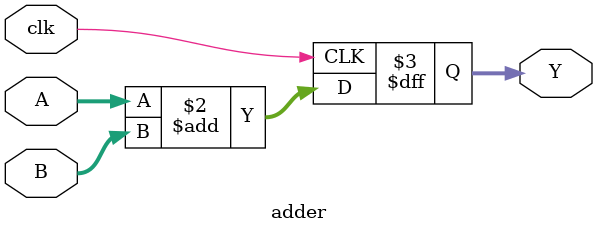
<source format=v>
module adder #(
    parameter width = 32
)
(
    input  [width-1:0] A,
    input  [width-1:0] B,
    input   clk,
    output reg [width+1-1:0] Y
);

always @(posedge clk) begin
    Y <= A + B;
end

endmodule
</source>
